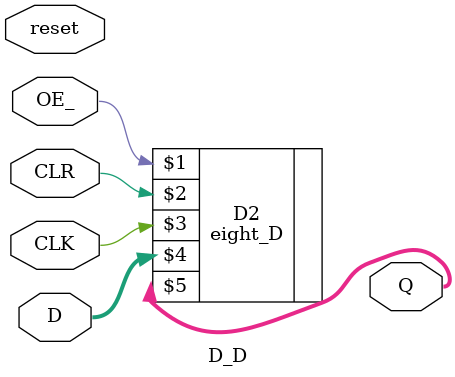
<source format=v>
`timescale 1ns / 1ps

module D_D(
input OE_,
input CLR,
input CLK,
input [7:0]D,
input reset,//·ÖÆµÆ÷µÄreset
output [7:0]Q
);
//   wire clk;
//    Divider D1(CLK,50000000,clk,reset);
    eight_D D2(OE_,CLR,CLK,D,Q);
endmodule

</source>
